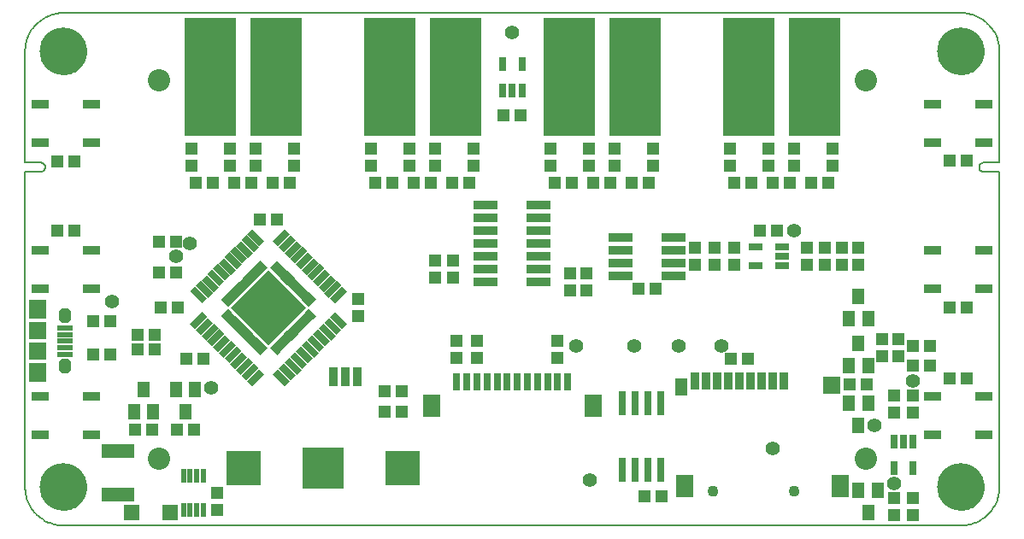
<source format=gts>
G75*
%MOIN*%
%OFA0B0*%
%FSLAX24Y24*%
%IPPOS*%
%LPD*%
%AMOC8*
5,1,8,0,0,1.08239X$1,22.5*
%
%ADD10C,0.0050*%
%ADD11C,0.0000*%
%ADD12C,0.1852*%
%ADD13R,0.0356X0.0749*%
%ADD14R,0.0552X0.0297*%
%ADD15R,0.0480X0.0450*%
%ADD16R,0.0297X0.0552*%
%ADD17R,0.0450X0.0480*%
%ADD18R,0.0950X0.0320*%
%ADD19R,0.2049X0.4647*%
%ADD20R,0.0680X0.0380*%
%ADD21C,0.0867*%
%ADD22R,0.0631X0.0631*%
%ADD23R,0.0611X0.0237*%
%ADD24C,0.0341*%
%ADD25R,0.0690X0.0728*%
%ADD26R,0.0690X0.0671*%
%ADD27C,0.0556*%
%ADD28R,0.1640X0.1640*%
%ADD29R,0.1330X0.1330*%
%ADD30R,0.0316X0.0946*%
%ADD31R,0.0395X0.0198*%
%ADD32R,0.2080X0.2080*%
%ADD33R,0.0380X0.0680*%
%ADD34R,0.0480X0.0680*%
%ADD35R,0.0680X0.0880*%
%ADD36R,0.0680X0.0680*%
%ADD37C,0.0430*%
%ADD38R,0.0474X0.0631*%
%ADD39R,0.0277X0.0671*%
%ADD40R,0.0709X0.0866*%
%ADD41R,0.0671X0.0277*%
%ADD42R,0.0218X0.0552*%
%ADD43R,0.1280X0.0580*%
D10*
X017760Y016393D02*
X052760Y016393D01*
X052836Y016395D01*
X052912Y016401D01*
X052987Y016410D01*
X053062Y016424D01*
X053136Y016441D01*
X053209Y016462D01*
X053281Y016486D01*
X053352Y016515D01*
X053421Y016546D01*
X053488Y016581D01*
X053553Y016620D01*
X053617Y016662D01*
X053678Y016707D01*
X053737Y016755D01*
X053793Y016806D01*
X053847Y016860D01*
X053898Y016916D01*
X053946Y016975D01*
X053991Y017036D01*
X054033Y017100D01*
X054072Y017165D01*
X054107Y017232D01*
X054138Y017301D01*
X054167Y017372D01*
X054191Y017444D01*
X054212Y017517D01*
X054229Y017591D01*
X054243Y017666D01*
X054252Y017741D01*
X054258Y017817D01*
X054260Y017893D01*
X054260Y030200D01*
X053649Y030200D01*
X053649Y030201D02*
X053624Y030203D01*
X053599Y030208D01*
X053575Y030217D01*
X053553Y030229D01*
X053533Y030244D01*
X053515Y030262D01*
X053500Y030282D01*
X053488Y030304D01*
X053479Y030328D01*
X053474Y030353D01*
X053472Y030378D01*
X053474Y030403D01*
X053479Y030428D01*
X053488Y030452D01*
X053500Y030474D01*
X053515Y030494D01*
X053533Y030512D01*
X053553Y030527D01*
X053575Y030539D01*
X053599Y030548D01*
X053624Y030553D01*
X053649Y030555D01*
X054260Y030555D01*
X054260Y034893D01*
X054258Y034969D01*
X054252Y035045D01*
X054243Y035120D01*
X054229Y035195D01*
X054212Y035269D01*
X054191Y035342D01*
X054167Y035414D01*
X054138Y035485D01*
X054107Y035554D01*
X054072Y035621D01*
X054033Y035686D01*
X053991Y035750D01*
X053946Y035811D01*
X053898Y035870D01*
X053847Y035926D01*
X053793Y035980D01*
X053737Y036031D01*
X053678Y036079D01*
X053617Y036124D01*
X053553Y036166D01*
X053488Y036205D01*
X053421Y036240D01*
X053352Y036271D01*
X053281Y036300D01*
X053209Y036324D01*
X053136Y036345D01*
X053062Y036362D01*
X052987Y036376D01*
X052912Y036385D01*
X052836Y036391D01*
X052760Y036393D01*
X017760Y036393D01*
X017684Y036391D01*
X017608Y036385D01*
X017533Y036376D01*
X017458Y036362D01*
X017384Y036345D01*
X017311Y036324D01*
X017239Y036300D01*
X017168Y036271D01*
X017099Y036240D01*
X017032Y036205D01*
X016967Y036166D01*
X016903Y036124D01*
X016842Y036079D01*
X016783Y036031D01*
X016727Y035980D01*
X016673Y035926D01*
X016622Y035870D01*
X016574Y035811D01*
X016529Y035750D01*
X016487Y035686D01*
X016448Y035621D01*
X016413Y035554D01*
X016382Y035485D01*
X016353Y035414D01*
X016329Y035342D01*
X016308Y035269D01*
X016291Y035195D01*
X016277Y035120D01*
X016268Y035045D01*
X016262Y034969D01*
X016260Y034893D01*
X016260Y030555D01*
X016870Y030555D01*
X016895Y030553D01*
X016920Y030548D01*
X016944Y030539D01*
X016966Y030527D01*
X016986Y030512D01*
X017004Y030494D01*
X017019Y030474D01*
X017031Y030452D01*
X017040Y030428D01*
X017045Y030403D01*
X017047Y030378D01*
X017045Y030353D01*
X017040Y030328D01*
X017031Y030304D01*
X017019Y030282D01*
X017004Y030262D01*
X016986Y030244D01*
X016966Y030229D01*
X016944Y030217D01*
X016920Y030208D01*
X016895Y030203D01*
X016870Y030201D01*
X016870Y030200D02*
X016260Y030200D01*
X016260Y017893D01*
X016262Y017817D01*
X016268Y017741D01*
X016277Y017666D01*
X016291Y017591D01*
X016308Y017517D01*
X016329Y017444D01*
X016353Y017372D01*
X016382Y017301D01*
X016413Y017232D01*
X016448Y017165D01*
X016487Y017100D01*
X016529Y017036D01*
X016574Y016975D01*
X016622Y016916D01*
X016673Y016860D01*
X016727Y016806D01*
X016783Y016755D01*
X016842Y016707D01*
X016903Y016662D01*
X016967Y016620D01*
X017032Y016581D01*
X017099Y016546D01*
X017168Y016515D01*
X017239Y016486D01*
X017311Y016462D01*
X017384Y016441D01*
X017458Y016424D01*
X017533Y016410D01*
X017608Y016401D01*
X017684Y016395D01*
X017760Y016393D01*
D11*
X016874Y017893D02*
X016876Y017952D01*
X016882Y018011D01*
X016892Y018069D01*
X016905Y018127D01*
X016923Y018184D01*
X016944Y018239D01*
X016969Y018293D01*
X016998Y018345D01*
X017030Y018394D01*
X017065Y018442D01*
X017103Y018487D01*
X017144Y018530D01*
X017188Y018570D01*
X017234Y018606D01*
X017283Y018640D01*
X017334Y018670D01*
X017387Y018697D01*
X017442Y018720D01*
X017497Y018739D01*
X017555Y018755D01*
X017613Y018767D01*
X017671Y018775D01*
X017730Y018779D01*
X017790Y018779D01*
X017849Y018775D01*
X017907Y018767D01*
X017965Y018755D01*
X018023Y018739D01*
X018078Y018720D01*
X018133Y018697D01*
X018186Y018670D01*
X018237Y018640D01*
X018286Y018606D01*
X018332Y018570D01*
X018376Y018530D01*
X018417Y018487D01*
X018455Y018442D01*
X018490Y018394D01*
X018522Y018345D01*
X018551Y018293D01*
X018576Y018239D01*
X018597Y018184D01*
X018615Y018127D01*
X018628Y018069D01*
X018638Y018011D01*
X018644Y017952D01*
X018646Y017893D01*
X018644Y017834D01*
X018638Y017775D01*
X018628Y017717D01*
X018615Y017659D01*
X018597Y017602D01*
X018576Y017547D01*
X018551Y017493D01*
X018522Y017441D01*
X018490Y017392D01*
X018455Y017344D01*
X018417Y017299D01*
X018376Y017256D01*
X018332Y017216D01*
X018286Y017180D01*
X018237Y017146D01*
X018186Y017116D01*
X018133Y017089D01*
X018078Y017066D01*
X018023Y017047D01*
X017965Y017031D01*
X017907Y017019D01*
X017849Y017011D01*
X017790Y017007D01*
X017730Y017007D01*
X017671Y017011D01*
X017613Y017019D01*
X017555Y017031D01*
X017497Y017047D01*
X017442Y017066D01*
X017387Y017089D01*
X017334Y017116D01*
X017283Y017146D01*
X017234Y017180D01*
X017188Y017216D01*
X017144Y017256D01*
X017103Y017299D01*
X017065Y017344D01*
X017030Y017392D01*
X016998Y017441D01*
X016969Y017493D01*
X016944Y017547D01*
X016923Y017602D01*
X016905Y017659D01*
X016892Y017717D01*
X016882Y017775D01*
X016876Y017834D01*
X016874Y017893D01*
X021086Y019011D02*
X021088Y019050D01*
X021094Y019089D01*
X021104Y019127D01*
X021117Y019164D01*
X021134Y019199D01*
X021154Y019233D01*
X021178Y019264D01*
X021205Y019293D01*
X021234Y019319D01*
X021266Y019342D01*
X021300Y019362D01*
X021336Y019378D01*
X021373Y019390D01*
X021412Y019399D01*
X021451Y019404D01*
X021490Y019405D01*
X021529Y019402D01*
X021568Y019395D01*
X021605Y019384D01*
X021642Y019370D01*
X021677Y019352D01*
X021710Y019331D01*
X021741Y019306D01*
X021769Y019279D01*
X021794Y019249D01*
X021816Y019216D01*
X021835Y019182D01*
X021850Y019146D01*
X021862Y019108D01*
X021870Y019070D01*
X021874Y019031D01*
X021874Y018991D01*
X021870Y018952D01*
X021862Y018914D01*
X021850Y018876D01*
X021835Y018840D01*
X021816Y018806D01*
X021794Y018773D01*
X021769Y018743D01*
X021741Y018716D01*
X021710Y018691D01*
X021677Y018670D01*
X021642Y018652D01*
X021605Y018638D01*
X021568Y018627D01*
X021529Y018620D01*
X021490Y018617D01*
X021451Y018618D01*
X021412Y018623D01*
X021373Y018632D01*
X021336Y018644D01*
X021300Y018660D01*
X021266Y018680D01*
X021234Y018703D01*
X021205Y018729D01*
X021178Y018758D01*
X021154Y018789D01*
X021134Y018823D01*
X021117Y018858D01*
X021104Y018895D01*
X021094Y018933D01*
X021088Y018972D01*
X021086Y019011D01*
X021086Y033775D02*
X021088Y033814D01*
X021094Y033853D01*
X021104Y033891D01*
X021117Y033928D01*
X021134Y033963D01*
X021154Y033997D01*
X021178Y034028D01*
X021205Y034057D01*
X021234Y034083D01*
X021266Y034106D01*
X021300Y034126D01*
X021336Y034142D01*
X021373Y034154D01*
X021412Y034163D01*
X021451Y034168D01*
X021490Y034169D01*
X021529Y034166D01*
X021568Y034159D01*
X021605Y034148D01*
X021642Y034134D01*
X021677Y034116D01*
X021710Y034095D01*
X021741Y034070D01*
X021769Y034043D01*
X021794Y034013D01*
X021816Y033980D01*
X021835Y033946D01*
X021850Y033910D01*
X021862Y033872D01*
X021870Y033834D01*
X021874Y033795D01*
X021874Y033755D01*
X021870Y033716D01*
X021862Y033678D01*
X021850Y033640D01*
X021835Y033604D01*
X021816Y033570D01*
X021794Y033537D01*
X021769Y033507D01*
X021741Y033480D01*
X021710Y033455D01*
X021677Y033434D01*
X021642Y033416D01*
X021605Y033402D01*
X021568Y033391D01*
X021529Y033384D01*
X021490Y033381D01*
X021451Y033382D01*
X021412Y033387D01*
X021373Y033396D01*
X021336Y033408D01*
X021300Y033424D01*
X021266Y033444D01*
X021234Y033467D01*
X021205Y033493D01*
X021178Y033522D01*
X021154Y033553D01*
X021134Y033587D01*
X021117Y033622D01*
X021104Y033659D01*
X021094Y033697D01*
X021088Y033736D01*
X021086Y033775D01*
X016874Y034893D02*
X016876Y034952D01*
X016882Y035011D01*
X016892Y035069D01*
X016905Y035127D01*
X016923Y035184D01*
X016944Y035239D01*
X016969Y035293D01*
X016998Y035345D01*
X017030Y035394D01*
X017065Y035442D01*
X017103Y035487D01*
X017144Y035530D01*
X017188Y035570D01*
X017234Y035606D01*
X017283Y035640D01*
X017334Y035670D01*
X017387Y035697D01*
X017442Y035720D01*
X017497Y035739D01*
X017555Y035755D01*
X017613Y035767D01*
X017671Y035775D01*
X017730Y035779D01*
X017790Y035779D01*
X017849Y035775D01*
X017907Y035767D01*
X017965Y035755D01*
X018023Y035739D01*
X018078Y035720D01*
X018133Y035697D01*
X018186Y035670D01*
X018237Y035640D01*
X018286Y035606D01*
X018332Y035570D01*
X018376Y035530D01*
X018417Y035487D01*
X018455Y035442D01*
X018490Y035394D01*
X018522Y035345D01*
X018551Y035293D01*
X018576Y035239D01*
X018597Y035184D01*
X018615Y035127D01*
X018628Y035069D01*
X018638Y035011D01*
X018644Y034952D01*
X018646Y034893D01*
X018644Y034834D01*
X018638Y034775D01*
X018628Y034717D01*
X018615Y034659D01*
X018597Y034602D01*
X018576Y034547D01*
X018551Y034493D01*
X018522Y034441D01*
X018490Y034392D01*
X018455Y034344D01*
X018417Y034299D01*
X018376Y034256D01*
X018332Y034216D01*
X018286Y034180D01*
X018237Y034146D01*
X018186Y034116D01*
X018133Y034089D01*
X018078Y034066D01*
X018023Y034047D01*
X017965Y034031D01*
X017907Y034019D01*
X017849Y034011D01*
X017790Y034007D01*
X017730Y034007D01*
X017671Y034011D01*
X017613Y034019D01*
X017555Y034031D01*
X017497Y034047D01*
X017442Y034066D01*
X017387Y034089D01*
X017334Y034116D01*
X017283Y034146D01*
X017234Y034180D01*
X017188Y034216D01*
X017144Y034256D01*
X017103Y034299D01*
X017065Y034344D01*
X017030Y034392D01*
X016998Y034441D01*
X016969Y034493D01*
X016944Y034547D01*
X016923Y034602D01*
X016905Y034659D01*
X016892Y034717D01*
X016882Y034775D01*
X016876Y034834D01*
X016874Y034893D01*
X042911Y017729D02*
X042913Y017755D01*
X042919Y017781D01*
X042928Y017805D01*
X042941Y017828D01*
X042958Y017848D01*
X042977Y017866D01*
X042999Y017881D01*
X043022Y017892D01*
X043047Y017900D01*
X043073Y017904D01*
X043099Y017904D01*
X043125Y017900D01*
X043150Y017892D01*
X043174Y017881D01*
X043195Y017866D01*
X043214Y017848D01*
X043231Y017828D01*
X043244Y017805D01*
X043253Y017781D01*
X043259Y017755D01*
X043261Y017729D01*
X043259Y017703D01*
X043253Y017677D01*
X043244Y017653D01*
X043231Y017630D01*
X043214Y017610D01*
X043195Y017592D01*
X043173Y017577D01*
X043150Y017566D01*
X043125Y017558D01*
X043099Y017554D01*
X043073Y017554D01*
X043047Y017558D01*
X043022Y017566D01*
X042998Y017577D01*
X042977Y017592D01*
X042958Y017610D01*
X042941Y017630D01*
X042928Y017653D01*
X042919Y017677D01*
X042913Y017703D01*
X042911Y017729D01*
X046060Y017729D02*
X046062Y017755D01*
X046068Y017781D01*
X046077Y017805D01*
X046090Y017828D01*
X046107Y017848D01*
X046126Y017866D01*
X046148Y017881D01*
X046171Y017892D01*
X046196Y017900D01*
X046222Y017904D01*
X046248Y017904D01*
X046274Y017900D01*
X046299Y017892D01*
X046323Y017881D01*
X046344Y017866D01*
X046363Y017848D01*
X046380Y017828D01*
X046393Y017805D01*
X046402Y017781D01*
X046408Y017755D01*
X046410Y017729D01*
X046408Y017703D01*
X046402Y017677D01*
X046393Y017653D01*
X046380Y017630D01*
X046363Y017610D01*
X046344Y017592D01*
X046322Y017577D01*
X046299Y017566D01*
X046274Y017558D01*
X046248Y017554D01*
X046222Y017554D01*
X046196Y017558D01*
X046171Y017566D01*
X046147Y017577D01*
X046126Y017592D01*
X046107Y017610D01*
X046090Y017630D01*
X046077Y017653D01*
X046068Y017677D01*
X046062Y017703D01*
X046060Y017729D01*
X048645Y019011D02*
X048647Y019050D01*
X048653Y019089D01*
X048663Y019127D01*
X048676Y019164D01*
X048693Y019199D01*
X048713Y019233D01*
X048737Y019264D01*
X048764Y019293D01*
X048793Y019319D01*
X048825Y019342D01*
X048859Y019362D01*
X048895Y019378D01*
X048932Y019390D01*
X048971Y019399D01*
X049010Y019404D01*
X049049Y019405D01*
X049088Y019402D01*
X049127Y019395D01*
X049164Y019384D01*
X049201Y019370D01*
X049236Y019352D01*
X049269Y019331D01*
X049300Y019306D01*
X049328Y019279D01*
X049353Y019249D01*
X049375Y019216D01*
X049394Y019182D01*
X049409Y019146D01*
X049421Y019108D01*
X049429Y019070D01*
X049433Y019031D01*
X049433Y018991D01*
X049429Y018952D01*
X049421Y018914D01*
X049409Y018876D01*
X049394Y018840D01*
X049375Y018806D01*
X049353Y018773D01*
X049328Y018743D01*
X049300Y018716D01*
X049269Y018691D01*
X049236Y018670D01*
X049201Y018652D01*
X049164Y018638D01*
X049127Y018627D01*
X049088Y018620D01*
X049049Y018617D01*
X049010Y018618D01*
X048971Y018623D01*
X048932Y018632D01*
X048895Y018644D01*
X048859Y018660D01*
X048825Y018680D01*
X048793Y018703D01*
X048764Y018729D01*
X048737Y018758D01*
X048713Y018789D01*
X048693Y018823D01*
X048676Y018858D01*
X048663Y018895D01*
X048653Y018933D01*
X048647Y018972D01*
X048645Y019011D01*
X051874Y017893D02*
X051876Y017952D01*
X051882Y018011D01*
X051892Y018069D01*
X051905Y018127D01*
X051923Y018184D01*
X051944Y018239D01*
X051969Y018293D01*
X051998Y018345D01*
X052030Y018394D01*
X052065Y018442D01*
X052103Y018487D01*
X052144Y018530D01*
X052188Y018570D01*
X052234Y018606D01*
X052283Y018640D01*
X052334Y018670D01*
X052387Y018697D01*
X052442Y018720D01*
X052497Y018739D01*
X052555Y018755D01*
X052613Y018767D01*
X052671Y018775D01*
X052730Y018779D01*
X052790Y018779D01*
X052849Y018775D01*
X052907Y018767D01*
X052965Y018755D01*
X053023Y018739D01*
X053078Y018720D01*
X053133Y018697D01*
X053186Y018670D01*
X053237Y018640D01*
X053286Y018606D01*
X053332Y018570D01*
X053376Y018530D01*
X053417Y018487D01*
X053455Y018442D01*
X053490Y018394D01*
X053522Y018345D01*
X053551Y018293D01*
X053576Y018239D01*
X053597Y018184D01*
X053615Y018127D01*
X053628Y018069D01*
X053638Y018011D01*
X053644Y017952D01*
X053646Y017893D01*
X053644Y017834D01*
X053638Y017775D01*
X053628Y017717D01*
X053615Y017659D01*
X053597Y017602D01*
X053576Y017547D01*
X053551Y017493D01*
X053522Y017441D01*
X053490Y017392D01*
X053455Y017344D01*
X053417Y017299D01*
X053376Y017256D01*
X053332Y017216D01*
X053286Y017180D01*
X053237Y017146D01*
X053186Y017116D01*
X053133Y017089D01*
X053078Y017066D01*
X053023Y017047D01*
X052965Y017031D01*
X052907Y017019D01*
X052849Y017011D01*
X052790Y017007D01*
X052730Y017007D01*
X052671Y017011D01*
X052613Y017019D01*
X052555Y017031D01*
X052497Y017047D01*
X052442Y017066D01*
X052387Y017089D01*
X052334Y017116D01*
X052283Y017146D01*
X052234Y017180D01*
X052188Y017216D01*
X052144Y017256D01*
X052103Y017299D01*
X052065Y017344D01*
X052030Y017392D01*
X051998Y017441D01*
X051969Y017493D01*
X051944Y017547D01*
X051923Y017602D01*
X051905Y017659D01*
X051892Y017717D01*
X051882Y017775D01*
X051876Y017834D01*
X051874Y017893D01*
X048645Y033775D02*
X048647Y033814D01*
X048653Y033853D01*
X048663Y033891D01*
X048676Y033928D01*
X048693Y033963D01*
X048713Y033997D01*
X048737Y034028D01*
X048764Y034057D01*
X048793Y034083D01*
X048825Y034106D01*
X048859Y034126D01*
X048895Y034142D01*
X048932Y034154D01*
X048971Y034163D01*
X049010Y034168D01*
X049049Y034169D01*
X049088Y034166D01*
X049127Y034159D01*
X049164Y034148D01*
X049201Y034134D01*
X049236Y034116D01*
X049269Y034095D01*
X049300Y034070D01*
X049328Y034043D01*
X049353Y034013D01*
X049375Y033980D01*
X049394Y033946D01*
X049409Y033910D01*
X049421Y033872D01*
X049429Y033834D01*
X049433Y033795D01*
X049433Y033755D01*
X049429Y033716D01*
X049421Y033678D01*
X049409Y033640D01*
X049394Y033604D01*
X049375Y033570D01*
X049353Y033537D01*
X049328Y033507D01*
X049300Y033480D01*
X049269Y033455D01*
X049236Y033434D01*
X049201Y033416D01*
X049164Y033402D01*
X049127Y033391D01*
X049088Y033384D01*
X049049Y033381D01*
X049010Y033382D01*
X048971Y033387D01*
X048932Y033396D01*
X048895Y033408D01*
X048859Y033424D01*
X048825Y033444D01*
X048793Y033467D01*
X048764Y033493D01*
X048737Y033522D01*
X048713Y033553D01*
X048693Y033587D01*
X048676Y033622D01*
X048663Y033659D01*
X048653Y033697D01*
X048647Y033736D01*
X048645Y033775D01*
X051874Y034893D02*
X051876Y034952D01*
X051882Y035011D01*
X051892Y035069D01*
X051905Y035127D01*
X051923Y035184D01*
X051944Y035239D01*
X051969Y035293D01*
X051998Y035345D01*
X052030Y035394D01*
X052065Y035442D01*
X052103Y035487D01*
X052144Y035530D01*
X052188Y035570D01*
X052234Y035606D01*
X052283Y035640D01*
X052334Y035670D01*
X052387Y035697D01*
X052442Y035720D01*
X052497Y035739D01*
X052555Y035755D01*
X052613Y035767D01*
X052671Y035775D01*
X052730Y035779D01*
X052790Y035779D01*
X052849Y035775D01*
X052907Y035767D01*
X052965Y035755D01*
X053023Y035739D01*
X053078Y035720D01*
X053133Y035697D01*
X053186Y035670D01*
X053237Y035640D01*
X053286Y035606D01*
X053332Y035570D01*
X053376Y035530D01*
X053417Y035487D01*
X053455Y035442D01*
X053490Y035394D01*
X053522Y035345D01*
X053551Y035293D01*
X053576Y035239D01*
X053597Y035184D01*
X053615Y035127D01*
X053628Y035069D01*
X053638Y035011D01*
X053644Y034952D01*
X053646Y034893D01*
X053644Y034834D01*
X053638Y034775D01*
X053628Y034717D01*
X053615Y034659D01*
X053597Y034602D01*
X053576Y034547D01*
X053551Y034493D01*
X053522Y034441D01*
X053490Y034392D01*
X053455Y034344D01*
X053417Y034299D01*
X053376Y034256D01*
X053332Y034216D01*
X053286Y034180D01*
X053237Y034146D01*
X053186Y034116D01*
X053133Y034089D01*
X053078Y034066D01*
X053023Y034047D01*
X052965Y034031D01*
X052907Y034019D01*
X052849Y034011D01*
X052790Y034007D01*
X052730Y034007D01*
X052671Y034011D01*
X052613Y034019D01*
X052555Y034031D01*
X052497Y034047D01*
X052442Y034066D01*
X052387Y034089D01*
X052334Y034116D01*
X052283Y034146D01*
X052234Y034180D01*
X052188Y034216D01*
X052144Y034256D01*
X052103Y034299D01*
X052065Y034344D01*
X052030Y034392D01*
X051998Y034441D01*
X051969Y034493D01*
X051944Y034547D01*
X051923Y034602D01*
X051905Y034659D01*
X051892Y034717D01*
X051882Y034775D01*
X051876Y034834D01*
X051874Y034893D01*
D12*
X052760Y034893D03*
X052760Y017893D03*
X017760Y017893D03*
X017760Y034893D03*
D13*
X028287Y022206D03*
X028760Y022206D03*
X029232Y022206D03*
D14*
X044748Y026519D03*
X044748Y027267D03*
X045771Y027267D03*
X045771Y026893D03*
X045771Y026519D03*
D15*
X046760Y026559D03*
X047447Y026559D03*
X048103Y026559D03*
X048760Y026559D03*
X048760Y027228D03*
X048103Y027228D03*
X047447Y027228D03*
X046760Y027228D03*
X043916Y027228D03*
X043166Y027228D03*
X043166Y026559D03*
X043916Y026559D03*
X042385Y026559D03*
X042385Y027228D03*
X043760Y030434D03*
X043760Y031103D03*
X045260Y031103D03*
X045260Y030434D03*
X046260Y030434D03*
X046260Y031103D03*
X047760Y031103D03*
X047760Y030434D03*
X040760Y030434D03*
X040760Y031103D03*
X039260Y031103D03*
X038260Y031103D03*
X038260Y030434D03*
X039260Y030434D03*
X036760Y030434D03*
X036760Y031103D03*
X033760Y031103D03*
X033760Y030434D03*
X032260Y030434D03*
X032260Y031103D03*
X031260Y031103D03*
X031260Y030434D03*
X029760Y030434D03*
X029760Y031103D03*
X026760Y031103D03*
X026760Y030434D03*
X025260Y030434D03*
X024260Y030434D03*
X024260Y031103D03*
X025260Y031103D03*
X022760Y031103D03*
X022760Y030434D03*
X029260Y025228D03*
X029260Y024559D03*
X032260Y026059D03*
X032960Y026059D03*
X032960Y026728D03*
X032260Y026728D03*
X033094Y023603D03*
X033882Y023603D03*
X033882Y022934D03*
X033094Y022934D03*
X037031Y022934D03*
X037031Y023603D03*
X037510Y025559D03*
X038135Y025559D03*
X038135Y026228D03*
X037510Y026228D03*
X049697Y023665D03*
X050322Y023665D03*
X050322Y022996D03*
X049697Y022996D03*
X050135Y021478D03*
X050884Y021478D03*
X050884Y020809D03*
X050135Y020809D03*
X050135Y017478D03*
X050885Y017478D03*
X050885Y016809D03*
X050135Y016809D03*
X023760Y017007D03*
X023760Y017677D03*
D16*
X034885Y033381D03*
X035260Y033381D03*
X035634Y033381D03*
X035634Y034405D03*
X034885Y034405D03*
X050135Y019655D03*
X050510Y019655D03*
X050884Y019655D03*
X050884Y018631D03*
X050135Y018631D03*
D17*
X049094Y021893D03*
X048425Y021893D03*
X050884Y022643D03*
X051553Y022643D03*
X052325Y022143D03*
X052994Y022143D03*
X051553Y023393D03*
X050884Y023393D03*
X052325Y024893D03*
X052994Y024893D03*
X047594Y029768D03*
X046925Y029768D03*
X046094Y029768D03*
X045425Y029768D03*
X044594Y029768D03*
X043925Y029768D03*
X044925Y027893D03*
X045594Y027893D03*
X040844Y025643D03*
X040175Y025643D03*
X043775Y022893D03*
X044444Y022893D03*
X041094Y017543D03*
X040425Y017543D03*
X030957Y020831D03*
X030287Y020831D03*
X030287Y021643D03*
X030957Y021643D03*
X023219Y022893D03*
X022550Y022893D03*
X021313Y023275D03*
X021313Y023849D03*
X020644Y023849D03*
X020644Y023275D03*
X019594Y023081D03*
X018925Y023081D03*
X018925Y024361D03*
X019594Y024361D03*
X021550Y024893D03*
X022219Y024893D03*
X022157Y026268D03*
X021487Y026268D03*
X021487Y027456D03*
X022157Y027456D03*
X022925Y029768D03*
X023594Y029768D03*
X024425Y029768D03*
X025094Y029768D03*
X025925Y029768D03*
X026594Y029768D03*
X026094Y028331D03*
X025425Y028331D03*
X029925Y029768D03*
X030594Y029768D03*
X031425Y029768D03*
X032094Y029768D03*
X032925Y029768D03*
X033594Y029768D03*
X036925Y029768D03*
X037594Y029768D03*
X038425Y029768D03*
X039094Y029768D03*
X039925Y029768D03*
X040594Y029768D03*
X035594Y032393D03*
X034925Y032393D03*
X018194Y030593D03*
X017525Y030593D03*
X017525Y027893D03*
X018194Y027893D03*
X020550Y020143D03*
X021219Y020143D03*
X022175Y020143D03*
X022844Y020143D03*
X052325Y030643D03*
X052994Y030643D03*
D18*
X041540Y027643D03*
X041540Y027143D03*
X041540Y026643D03*
X041540Y026143D03*
X039480Y026143D03*
X039480Y026643D03*
X039480Y027143D03*
X039480Y027643D03*
X036290Y027393D03*
X036290Y026893D03*
X036290Y026393D03*
X036290Y025893D03*
X034230Y025893D03*
X034230Y026393D03*
X034230Y026893D03*
X034230Y027393D03*
X034230Y027893D03*
X034230Y028393D03*
X034230Y028893D03*
X036290Y028893D03*
X036290Y028393D03*
X036290Y027893D03*
D19*
X037480Y033893D03*
X040039Y033893D03*
X044480Y033893D03*
X047039Y033893D03*
X033039Y033893D03*
X030480Y033893D03*
X026039Y033893D03*
X023480Y033893D03*
D20*
X018860Y032843D03*
X016860Y032843D03*
X016860Y031343D03*
X018860Y031343D03*
X018860Y027143D03*
X016860Y027143D03*
X016860Y025643D03*
X018860Y025643D03*
X018860Y021443D03*
X016860Y021443D03*
X016860Y019943D03*
X018860Y019943D03*
X051660Y019943D03*
X051660Y021443D03*
X053660Y021443D03*
X053660Y019943D03*
X053660Y025643D03*
X053660Y027143D03*
X051660Y027143D03*
X051660Y025643D03*
X051660Y031343D03*
X051660Y032843D03*
X053660Y032843D03*
X053660Y031343D03*
D21*
X049039Y033775D03*
X049039Y019011D03*
X021480Y019011D03*
X021480Y033775D03*
D22*
X021914Y016893D03*
X020418Y016893D03*
D23*
X017823Y023081D03*
X017823Y023337D03*
X017823Y023593D03*
X017823Y023849D03*
X017823Y024105D03*
D24*
X017766Y024462D02*
X017766Y024694D01*
X017880Y024694D01*
X017880Y024462D01*
X017766Y024462D01*
X017766Y022725D02*
X017766Y022493D01*
X017766Y022725D02*
X017880Y022725D01*
X017880Y022493D01*
X017766Y022493D01*
D25*
X016760Y022364D03*
X016760Y024823D03*
D26*
X016760Y023987D03*
X016760Y023200D03*
D27*
X019646Y025143D03*
X022157Y026893D03*
X022697Y027393D03*
X023510Y021768D03*
X037760Y023393D03*
X040010Y023393D03*
X041760Y023393D03*
X043416Y023393D03*
X045409Y019393D03*
X049385Y020309D03*
X050884Y022043D03*
X050135Y018018D03*
X038285Y018168D03*
X046260Y027893D03*
X035260Y035643D03*
D28*
X027885Y018643D03*
D29*
X030985Y018643D03*
X024785Y018643D03*
D30*
X039535Y018557D03*
X040035Y018557D03*
X040535Y018557D03*
X041035Y018557D03*
X041035Y021179D03*
X040535Y021179D03*
X040035Y021179D03*
X039535Y021179D03*
D31*
G36*
X027333Y024852D02*
X027611Y024574D01*
X027471Y024434D01*
X027193Y024712D01*
X027333Y024852D01*
G37*
G36*
X027611Y025213D02*
X027333Y024935D01*
X027193Y025075D01*
X027471Y025353D01*
X027611Y025213D01*
G37*
G36*
X027472Y025352D02*
X027194Y025074D01*
X027054Y025214D01*
X027332Y025492D01*
X027472Y025352D01*
G37*
G36*
X027333Y025491D02*
X027055Y025213D01*
X026915Y025353D01*
X027193Y025631D01*
X027333Y025491D01*
G37*
G36*
X027193Y025630D02*
X026915Y025352D01*
X026775Y025492D01*
X027053Y025770D01*
X027193Y025630D01*
G37*
G36*
X027054Y025770D02*
X026776Y025492D01*
X026636Y025632D01*
X026914Y025910D01*
X027054Y025770D01*
G37*
G36*
X026915Y025909D02*
X026637Y025631D01*
X026497Y025771D01*
X026775Y026049D01*
X026915Y025909D01*
G37*
G36*
X026358Y025910D02*
X026636Y026188D01*
X026776Y026048D01*
X026498Y025770D01*
X026358Y025910D01*
G37*
G36*
X026219Y026049D02*
X026497Y026327D01*
X026637Y026187D01*
X026359Y025909D01*
X026219Y026049D01*
G37*
G36*
X026079Y026188D02*
X026357Y026466D01*
X026497Y026326D01*
X026219Y026048D01*
X026079Y026188D01*
G37*
G36*
X025940Y026328D02*
X026218Y026606D01*
X026358Y026466D01*
X026080Y026188D01*
X025940Y026328D01*
G37*
G36*
X025801Y026467D02*
X026079Y026745D01*
X026219Y026605D01*
X025941Y026327D01*
X025801Y026467D01*
G37*
G36*
X025440Y026745D02*
X025718Y026467D01*
X025578Y026327D01*
X025300Y026605D01*
X025440Y026745D01*
G37*
G36*
X025301Y026606D02*
X025579Y026328D01*
X025439Y026188D01*
X025161Y026466D01*
X025301Y026606D01*
G37*
G36*
X025162Y026466D02*
X025440Y026188D01*
X025300Y026048D01*
X025022Y026326D01*
X025162Y026466D01*
G37*
G36*
X025022Y026327D02*
X025300Y026049D01*
X025160Y025909D01*
X024882Y026187D01*
X025022Y026327D01*
G37*
G36*
X024883Y026188D02*
X025161Y025910D01*
X025021Y025770D01*
X024743Y026048D01*
X024883Y026188D01*
G37*
G36*
X024744Y026049D02*
X025022Y025771D01*
X024882Y025631D01*
X024604Y025909D01*
X024744Y026049D01*
G37*
G36*
X024743Y025492D02*
X024465Y025770D01*
X024605Y025910D01*
X024883Y025632D01*
X024743Y025492D01*
G37*
G36*
X024604Y025352D02*
X024326Y025630D01*
X024466Y025770D01*
X024744Y025492D01*
X024604Y025352D01*
G37*
G36*
X024464Y025213D02*
X024186Y025491D01*
X024326Y025631D01*
X024604Y025353D01*
X024464Y025213D01*
G37*
G36*
X024325Y025074D02*
X024047Y025352D01*
X024187Y025492D01*
X024465Y025214D01*
X024325Y025074D01*
G37*
G36*
X024186Y024935D02*
X023908Y025213D01*
X024048Y025353D01*
X024326Y025075D01*
X024186Y024935D01*
G37*
G36*
X023908Y024574D02*
X024186Y024852D01*
X024326Y024712D01*
X024048Y024434D01*
X023908Y024574D01*
G37*
G36*
X024047Y024435D02*
X024325Y024713D01*
X024465Y024573D01*
X024187Y024295D01*
X024047Y024435D01*
G37*
G36*
X024186Y024295D02*
X024464Y024573D01*
X024604Y024433D01*
X024326Y024155D01*
X024186Y024295D01*
G37*
G36*
X024326Y024156D02*
X024604Y024434D01*
X024744Y024294D01*
X024466Y024016D01*
X024326Y024156D01*
G37*
G36*
X024465Y024017D02*
X024743Y024295D01*
X024883Y024155D01*
X024605Y023877D01*
X024465Y024017D01*
G37*
G36*
X024604Y023878D02*
X024882Y024156D01*
X025022Y024016D01*
X024744Y023738D01*
X024604Y023878D01*
G37*
G36*
X025161Y023877D02*
X024883Y023599D01*
X024743Y023739D01*
X025021Y024017D01*
X025161Y023877D01*
G37*
G36*
X025300Y023737D02*
X025022Y023459D01*
X024882Y023599D01*
X025160Y023877D01*
X025300Y023737D01*
G37*
G36*
X025440Y023598D02*
X025162Y023320D01*
X025022Y023460D01*
X025300Y023738D01*
X025440Y023598D01*
G37*
G36*
X025579Y023459D02*
X025301Y023181D01*
X025161Y023321D01*
X025439Y023599D01*
X025579Y023459D01*
G37*
G36*
X025718Y023320D02*
X025440Y023042D01*
X025300Y023182D01*
X025578Y023460D01*
X025718Y023320D01*
G37*
G36*
X026079Y023042D02*
X025801Y023320D01*
X025941Y023460D01*
X026219Y023182D01*
X026079Y023042D01*
G37*
G36*
X026218Y023181D02*
X025940Y023459D01*
X026080Y023599D01*
X026358Y023321D01*
X026218Y023181D01*
G37*
G36*
X026357Y023320D02*
X026079Y023598D01*
X026219Y023738D01*
X026497Y023460D01*
X026357Y023320D01*
G37*
G36*
X026497Y023459D02*
X026219Y023737D01*
X026359Y023877D01*
X026637Y023599D01*
X026497Y023459D01*
G37*
G36*
X026636Y023599D02*
X026358Y023877D01*
X026498Y024017D01*
X026776Y023739D01*
X026636Y023599D01*
G37*
G36*
X026775Y023738D02*
X026497Y024016D01*
X026637Y024156D01*
X026915Y023878D01*
X026775Y023738D01*
G37*
G36*
X026776Y024295D02*
X027054Y024017D01*
X026914Y023877D01*
X026636Y024155D01*
X026776Y024295D01*
G37*
G36*
X026915Y024434D02*
X027193Y024156D01*
X027053Y024016D01*
X026775Y024294D01*
X026915Y024434D01*
G37*
G36*
X027055Y024573D02*
X027333Y024295D01*
X027193Y024155D01*
X026915Y024433D01*
X027055Y024573D01*
G37*
G36*
X027194Y024713D02*
X027472Y024435D01*
X027332Y024295D01*
X027054Y024573D01*
X027194Y024713D01*
G37*
D32*
G36*
X027230Y024893D02*
X025760Y023423D01*
X024290Y024893D01*
X025760Y026363D01*
X027230Y024893D01*
G37*
D33*
X042377Y022020D03*
X042810Y022020D03*
X043243Y022020D03*
X043676Y022020D03*
X044110Y022020D03*
X044543Y022020D03*
X044976Y022020D03*
X045409Y022020D03*
X045842Y022020D03*
D34*
X041847Y021784D03*
D35*
X041984Y017937D03*
X048047Y017937D03*
D36*
X047724Y021866D03*
D37*
X046235Y017729D03*
X043086Y017729D03*
D38*
X048385Y021175D03*
X049134Y021175D03*
X048760Y020309D03*
X049134Y022648D03*
X048385Y022648D03*
X048760Y023514D03*
X049134Y024460D03*
X048385Y024460D03*
X048760Y025326D03*
X048760Y017759D03*
X049509Y017759D03*
X049135Y016893D03*
X022884Y021701D03*
X022135Y021701D03*
X022510Y020835D03*
X021259Y020835D03*
X020510Y020835D03*
X020885Y021701D03*
D39*
G36*
X023365Y025255D02*
X023170Y025060D01*
X022697Y025533D01*
X022892Y025728D01*
X023365Y025255D01*
G37*
G36*
X023588Y025478D02*
X023393Y025283D01*
X022920Y025756D01*
X023115Y025951D01*
X023588Y025478D01*
G37*
G36*
X023811Y025701D02*
X023616Y025506D01*
X023143Y025979D01*
X023338Y026174D01*
X023811Y025701D01*
G37*
G36*
X024033Y025924D02*
X023838Y025729D01*
X023365Y026202D01*
X023560Y026397D01*
X024033Y025924D01*
G37*
G36*
X024256Y026146D02*
X024061Y025951D01*
X023588Y026424D01*
X023783Y026619D01*
X024256Y026146D01*
G37*
G36*
X024479Y026369D02*
X024284Y026174D01*
X023811Y026647D01*
X024006Y026842D01*
X024479Y026369D01*
G37*
G36*
X024702Y026592D02*
X024507Y026397D01*
X024034Y026870D01*
X024229Y027065D01*
X024702Y026592D01*
G37*
G36*
X024924Y026814D02*
X024729Y026619D01*
X024256Y027092D01*
X024451Y027287D01*
X024924Y026814D01*
G37*
G36*
X025147Y027037D02*
X024952Y026842D01*
X024479Y027315D01*
X024674Y027510D01*
X025147Y027037D01*
G37*
G36*
X025370Y027260D02*
X025175Y027065D01*
X024702Y027538D01*
X024897Y027733D01*
X025370Y027260D01*
G37*
G36*
X025592Y027483D02*
X025397Y027288D01*
X024924Y027761D01*
X025119Y027956D01*
X025592Y027483D01*
G37*
G36*
X028822Y024253D02*
X028627Y024058D01*
X028154Y024531D01*
X028349Y024726D01*
X028822Y024253D01*
G37*
G36*
X028599Y024030D02*
X028404Y023835D01*
X027931Y024308D01*
X028126Y024503D01*
X028599Y024030D01*
G37*
G36*
X028376Y023808D02*
X028181Y023613D01*
X027708Y024086D01*
X027903Y024281D01*
X028376Y023808D01*
G37*
G36*
X028154Y023585D02*
X027959Y023390D01*
X027486Y023863D01*
X027681Y024058D01*
X028154Y023585D01*
G37*
G36*
X027931Y023362D02*
X027736Y023167D01*
X027263Y023640D01*
X027458Y023835D01*
X027931Y023362D01*
G37*
G36*
X027708Y023140D02*
X027513Y022945D01*
X027040Y023418D01*
X027235Y023613D01*
X027708Y023140D01*
G37*
G36*
X027485Y022917D02*
X027290Y022722D01*
X026817Y023195D01*
X027012Y023390D01*
X027485Y022917D01*
G37*
G36*
X027263Y022694D02*
X027068Y022499D01*
X026595Y022972D01*
X026790Y023167D01*
X027263Y022694D01*
G37*
G36*
X027040Y022472D02*
X026845Y022277D01*
X026372Y022750D01*
X026567Y022945D01*
X027040Y022472D01*
G37*
G36*
X026817Y022249D02*
X026622Y022054D01*
X026149Y022527D01*
X026344Y022722D01*
X026817Y022249D01*
G37*
G36*
X026595Y022026D02*
X026400Y021831D01*
X025927Y022304D01*
X026122Y022499D01*
X026595Y022026D01*
G37*
X033094Y021985D03*
X033488Y021985D03*
X033882Y021985D03*
X034275Y021985D03*
X034669Y021985D03*
X035063Y021985D03*
X035456Y021985D03*
X035850Y021985D03*
X036244Y021985D03*
X036637Y021985D03*
X037031Y021985D03*
X037425Y021985D03*
D40*
X038409Y021080D03*
X032110Y021080D03*
D41*
G36*
X028822Y025533D02*
X028349Y025060D01*
X028154Y025255D01*
X028627Y025728D01*
X028822Y025533D01*
G37*
G36*
X028599Y025756D02*
X028126Y025283D01*
X027931Y025478D01*
X028404Y025951D01*
X028599Y025756D01*
G37*
G36*
X028376Y025979D02*
X027903Y025506D01*
X027708Y025701D01*
X028181Y026174D01*
X028376Y025979D01*
G37*
G36*
X028154Y026202D02*
X027681Y025729D01*
X027486Y025924D01*
X027959Y026397D01*
X028154Y026202D01*
G37*
G36*
X027931Y026424D02*
X027458Y025951D01*
X027263Y026146D01*
X027736Y026619D01*
X027931Y026424D01*
G37*
G36*
X027708Y026647D02*
X027235Y026174D01*
X027040Y026369D01*
X027513Y026842D01*
X027708Y026647D01*
G37*
G36*
X027485Y026870D02*
X027012Y026397D01*
X026817Y026592D01*
X027290Y027065D01*
X027485Y026870D01*
G37*
G36*
X027263Y027092D02*
X026790Y026619D01*
X026595Y026814D01*
X027068Y027287D01*
X027263Y027092D01*
G37*
G36*
X027040Y027315D02*
X026567Y026842D01*
X026372Y027037D01*
X026845Y027510D01*
X027040Y027315D01*
G37*
G36*
X026817Y027538D02*
X026344Y027065D01*
X026149Y027260D01*
X026622Y027733D01*
X026817Y027538D01*
G37*
G36*
X026595Y027761D02*
X026122Y027288D01*
X025927Y027483D01*
X026400Y027956D01*
X026595Y027761D01*
G37*
G36*
X023365Y024531D02*
X022892Y024058D01*
X022697Y024253D01*
X023170Y024726D01*
X023365Y024531D01*
G37*
G36*
X023588Y024308D02*
X023115Y023835D01*
X022920Y024030D01*
X023393Y024503D01*
X023588Y024308D01*
G37*
G36*
X023811Y024086D02*
X023338Y023613D01*
X023143Y023808D01*
X023616Y024281D01*
X023811Y024086D01*
G37*
G36*
X024033Y023863D02*
X023560Y023390D01*
X023365Y023585D01*
X023838Y024058D01*
X024033Y023863D01*
G37*
G36*
X024256Y023640D02*
X023783Y023167D01*
X023588Y023362D01*
X024061Y023835D01*
X024256Y023640D01*
G37*
G36*
X024479Y023418D02*
X024006Y022945D01*
X023811Y023140D01*
X024284Y023613D01*
X024479Y023418D01*
G37*
G36*
X024702Y023195D02*
X024229Y022722D01*
X024034Y022917D01*
X024507Y023390D01*
X024702Y023195D01*
G37*
G36*
X024924Y022972D02*
X024451Y022499D01*
X024256Y022694D01*
X024729Y023167D01*
X024924Y022972D01*
G37*
G36*
X025147Y022750D02*
X024674Y022277D01*
X024479Y022472D01*
X024952Y022945D01*
X025147Y022750D01*
G37*
G36*
X025370Y022527D02*
X024897Y022054D01*
X024702Y022249D01*
X025175Y022722D01*
X025370Y022527D01*
G37*
G36*
X025592Y022304D02*
X025119Y021831D01*
X024924Y022026D01*
X025397Y022499D01*
X025592Y022304D01*
G37*
D42*
X023206Y018346D03*
X022950Y018346D03*
X022694Y018346D03*
X022438Y018346D03*
X022438Y017007D03*
X022694Y017007D03*
X022950Y017007D03*
X023206Y017007D03*
D43*
X019885Y017606D03*
X019885Y019306D03*
M02*

</source>
